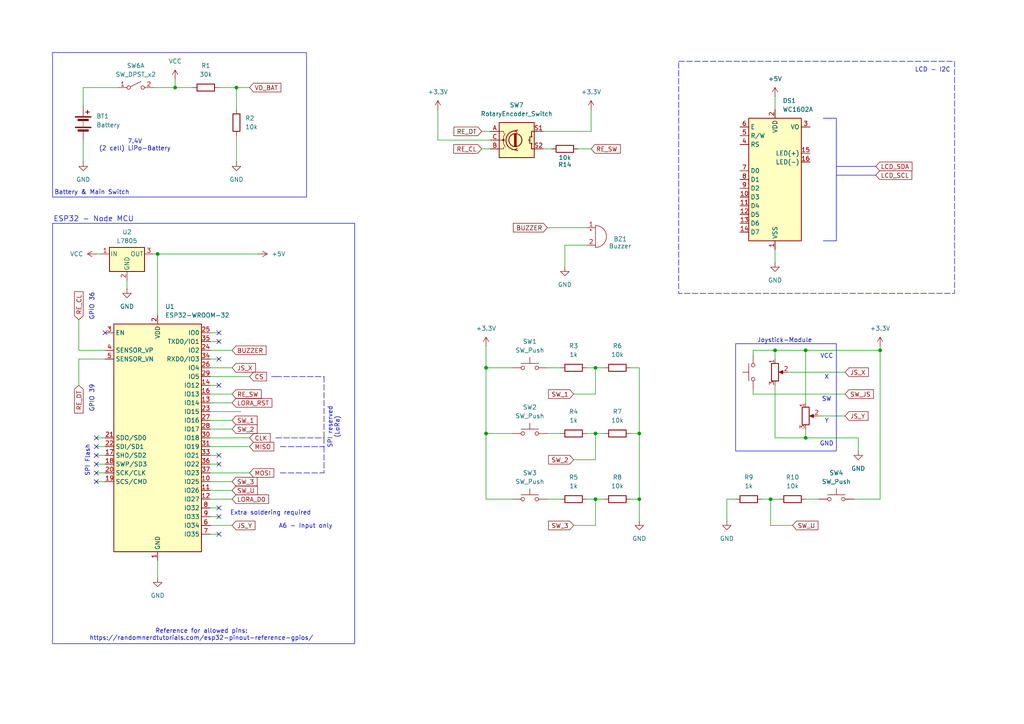
<source format=kicad_sch>
(kicad_sch (version 20231120) (generator "eeschema") (generator_version "8.0")
  (paper "A4")
  (title_block (title "MagicBox") (date "2025-11-01") (rev "Mk2.0.0") (company "Sy (Samuel Nösslböck) - CornerLab Inc."))
  (lib_symbols
    (symbol "Device:Battery" (pin_numbers hide) (pin_names (offset 0) hide)
      (property "Reference" "BT" (at 2.54 2.54 0))
      (property "Value" "Battery" (at 2.54 0 0))
      (symbol "Battery_0_1"
        (rectangle (start -2.286 -1.27) (end 2.286 -1.524) (fill (type outline)))
        (rectangle (start -2.286 1.778) (end 2.286 1.524) (fill (type outline)))
        (rectangle (start -1.524 -2.032) (end 1.524 -2.54) (fill (type outline)))
        (rectangle (start -1.524 1.016) (end 1.524 0.508) (fill (type outline)))
        (polyline (pts (xy 0 -1.016) (xy 0 -0.762)))
        (polyline (pts (xy 0 -0.508) (xy 0 -0.254)))
        (polyline (pts (xy 0 0) (xy 0 0.254)))
        (polyline (pts (xy 0 1.778) (xy 0 2.54)))
        (polyline (pts (xy 0.762 3.048) (xy 1.778 3.048)) (stroke (width 0.254)))
        (polyline (pts (xy 1.27 3.556) (xy 1.27 2.54)) (stroke (width 0.254)))
      )
      (symbol "Battery_1_1"
        (pin passive line (at 0 5.08 270) (length 2.54) (name "+") (number "1"))
        (pin passive line (at 0 -5.08 90) (length 2.54) (name "-") (number "2"))
      )
    )
    (symbol "Device:Buzzer" (pin_names (offset 0.0254) hide)
      (property "Reference" "BZ" (at 3.81 1.27 0))
      (property "Value" "Buzzer" (at 3.81 -1.27 0))
      (symbol "Buzzer_0_1"
        (arc (start 0 -3.175) (mid 3.1612 0) (end 0 3.175))
        (polyline (pts (xy -1.651 1.905) (xy -1.143 1.905)))
        (polyline (pts (xy -1.397 2.159) (xy -1.397 1.651)))
        (polyline (pts (xy 0 3.175) (xy 0 -3.175)))
      )
      (symbol "Buzzer_1_1"
        (pin passive line (at -2.54 2.54 0) (length 2.54) (name "+") (number "1"))
        (pin passive line (at -2.54 -2.54 0) (length 2.54) (name "-") (number "2"))
      )
    )
    (symbol "Device:R" (pin_numbers hide) (pin_names (offset 0))
      (property "Reference" "R" (at 2.032 0 90))
      (property "Value" "R" (at 0 0 90))
      (symbol "R_0_1"
        (rectangle (start -1.016 -2.54) (end 1.016 2.54) (stroke (width 0.254)))
      )
      (symbol "R_1_1"
        (pin passive line (at 0 3.81 270) (length 1.27) (name "~") (number "1"))
        (pin passive line (at 0 -3.81 90) (length 1.27) (name "~") (number "2"))
      )
    )
    (symbol "Device:R_Potentiometer" (pin_names (offset 1.016) hide)
      (property "Reference" "RV" (at -4.445 0 90))
      (property "Value" "R_Potentiometer" (at -2.54 0 90))
      (symbol "R_Potentiometer_0_1"
        (polyline (pts (xy 2.54 0) (xy 1.524 0)))
        (polyline (pts (xy 1.143 0) (xy 2.286 0.508) (xy 2.286 -0.508) (xy 1.143 0)) (fill (type outline)))
        (rectangle (start 1.016 2.54) (end -1.016 -2.54) (stroke (width 0.254)))
      )
      (symbol "R_Potentiometer_1_1"
        (pin passive line (at 0 3.81 270) (length 1.27) (name "1") (number "1"))
        (pin passive line (at 3.81 0 180) (length 1.27) (name "2") (number "2"))
        (pin passive line (at 0 -3.81 90) (length 1.27) (name "3") (number "3"))
      )
    )
    (symbol "Device:RotaryEncoder_Switch" (pin_names (offset 0.254) hide)
      (property "Reference" "SW" (at 0 6.604 0))
      (property "Value" "RotaryEncoder_Switch" (at 0 -6.604 0))
      (symbol "RotaryEncoder_Switch_0_1"
        (rectangle (start -5.08 5.08) (end 5.08 -5.08) (stroke (width 0.254)) (fill (type background)))
        (circle (center -3.81 0) (radius 0.254) (fill (type outline)))
        (circle (center -0.381 0) (radius 1.905) (stroke (width 0.254)))
        (arc (start -0.381 2.667) (mid -3.0988 -0.0635) (end -0.381 -2.794) (stroke (width 0.254)))
        (polyline (pts (xy -0.635 -1.778) (xy -0.635 1.778)) (stroke (width 0.254)))
        (polyline (pts (xy -0.381 -1.778) (xy -0.381 1.778)) (stroke (width 0.254)))
        (polyline (pts (xy -0.127 1.778) (xy -0.127 -1.778)) (stroke (width 0.254)))
        (polyline (pts (xy 3.81 0) (xy 3.429 0)) (stroke (width 0.254)))
        (polyline (pts (xy 3.81 1.016) (xy 3.81 -1.016)) (stroke (width 0.254)))
        (polyline (pts (xy -5.08 -2.54) (xy -3.81 -2.54) (xy -3.81 -2.032)))
        (polyline (pts (xy -5.08 2.54) (xy -3.81 2.54) (xy -3.81 2.032)))
        (polyline (pts (xy 0.254 -3.048) (xy -0.508 -2.794) (xy 0.127 -2.413)) (stroke (width 0.254)))
        (polyline (pts (xy 0.254 2.921) (xy -0.508 2.667) (xy 0.127 2.286)) (stroke (width 0.254)))
        (polyline (pts (xy 5.08 -2.54) (xy 4.318 -2.54) (xy 4.318 -1.016)) (stroke (width 0.254)))
        (polyline (pts (xy 5.08 2.54) (xy 4.318 2.54) (xy 4.318 1.016)) (stroke (width 0.254)))
        (polyline (pts (xy -5.08 0) (xy -3.81 0) (xy -3.81 -1.016) (xy -3.302 -2.032)))
        (polyline (pts (xy -4.318 0) (xy -3.81 0) (xy -3.81 1.016) (xy -3.302 2.032)))
        (circle (center 4.318 -1.016) (radius 0.127) (stroke (width 0.254)))
        (circle (center 4.318 1.016) (radius 0.127) (stroke (width 0.254)))
      )
      (symbol "RotaryEncoder_Switch_1_1"
        (pin passive line (at -7.62 2.54 0) (length 2.54) (name "A") (number "A"))
        (pin passive line (at -7.62 -2.54 0) (length 2.54) (name "B") (number "B"))
        (pin passive line (at -7.62 0 0) (length 2.54) (name "C") (number "C"))
        (pin passive line (at 7.62 2.54 180) (length 2.54) (name "S1") (number "S1"))
        (pin passive line (at 7.62 -2.54 180) (length 2.54) (name "S2") (number "S2"))
      )
    )
    (symbol "Display_Character:WC1602A"
      (property "Reference" "DS" (at -5.842 19.05 0))
      (property "Value" "WC1602A" (at 5.334 19.05 0))
      (symbol "WC1602A_1_1"
        (rectangle (start -7.62 17.78) (end 7.62 -17.78) (stroke (width 0.254)) (fill (type background)))
        (pin power_in line (at 0 -20.32 90) (length 2.54) (name "VSS") (number "1"))
        (pin input line (at -10.16 -5.08 0) (length 2.54) (name "D3") (number "10"))
        (pin input line (at -10.16 -7.62 0) (length 2.54) (name "D4") (number "11"))
        (pin input line (at -10.16 -10.16 0) (length 2.54) (name "D5") (number "12"))
        (pin input line (at -10.16 -12.7 0) (length 2.54) (name "D6") (number "13"))
        (pin input line (at -10.16 -15.24 0) (length 2.54) (name "D7") (number "14"))
        (pin power_in line (at 10.16 7.62 180) (length 2.54) (name "LED(+)") (number "15"))
        (pin power_in line (at 10.16 5.08 180) (length 2.54) (name "LED(-)") (number "16"))
        (pin power_in line (at 0 20.32 270) (length 2.54) (name "VDD") (number "2"))
        (pin input line (at 10.16 15.24 180) (length 2.54) (name "VO") (number "3"))
        (pin input line (at -10.16 10.16 0) (length 2.54) (name "RS") (number "4"))
        (pin input line (at -10.16 12.7 0) (length 2.54) (name "R/W") (number "5"))
        (pin input line (at -10.16 15.24 0) (length 2.54) (name "E") (number "6"))
        (pin input line (at -10.16 2.54 0) (length 2.54) (name "D0") (number "7"))
        (pin input line (at -10.16 0 0) (length 2.54) (name "D1") (number "8"))
        (pin input line (at -10.16 -2.54 0) (length 2.54) (name "D2") (number "9"))
      )
    )
    (symbol "RF_Module:ESP32-WROOM-32"
      (property "Reference" "U" (at -12.7 34.29 0))
      (property "Value" "ESP32-WROOM-32" (at 1.27 34.29 0))
      (symbol "ESP32-WROOM-32_0_1"
        (rectangle (start -12.7 33.02) (end 12.7 -33.02) (stroke (width 0.254)) (fill (type background)))
      )
      (symbol "ESP32-WROOM-32_1_1"
        (pin power_in line (at 0 -35.56 90) (length 2.54) (name "GND") (number "1"))
        (pin bidirectional line (at 15.24 -12.7 180) (length 2.54) (name "IO25") (number "10"))
        (pin bidirectional line (at 15.24 -15.24 180) (length 2.54) (name "IO26") (number "11"))
        (pin bidirectional line (at 15.24 -17.78 180) (length 2.54) (name "IO27") (number "12"))
        (pin bidirectional line (at 15.24 10.16 180) (length 2.54) (name "IO14") (number "13"))
        (pin bidirectional line (at 15.24 15.24 180) (length 2.54) (name "IO12") (number "14"))
        (pin passive line (at 0 -35.56 90) (length 2.54) hide (name "GND") (number "15"))
        (pin bidirectional line (at 15.24 12.7 180) (length 2.54) (name "IO13") (number "16"))
        (pin bidirectional line (at -15.24 -5.08 0) (length 2.54) (name "SHD/SD2") (number "17"))
        (pin bidirectional line (at -15.24 -7.62 0) (length 2.54) (name "SWP/SD3") (number "18"))
        (pin bidirectional line (at -15.24 -12.7 0) (length 2.54) (name "SCS/CMD") (number "19"))
        (pin power_in line (at 0 35.56 270) (length 2.54) (name "VDD") (number "2"))
        (pin bidirectional line (at -15.24 -10.16 0) (length 2.54) (name "SCK/CLK") (number "20"))
        (pin bidirectional line (at -15.24 0 0) (length 2.54) (name "SDO/SD0") (number "21"))
        (pin bidirectional line (at -15.24 -2.54 0) (length 2.54) (name "SDI/SD1") (number "22"))
        (pin bidirectional line (at 15.24 7.62 180) (length 2.54) (name "IO15") (number "23"))
        (pin bidirectional line (at 15.24 25.4 180) (length 2.54) (name "IO2") (number "24"))
        (pin bidirectional line (at 15.24 30.48 180) (length 2.54) (name "IO0") (number "25"))
        (pin bidirectional line (at 15.24 20.32 180) (length 2.54) (name "IO4") (number "26"))
        (pin bidirectional line (at 15.24 5.08 180) (length 2.54) (name "IO16") (number "27"))
        (pin bidirectional line (at 15.24 2.54 180) (length 2.54) (name "IO17") (number "28"))
        (pin bidirectional line (at 15.24 17.78 180) (length 2.54) (name "IO5") (number "29"))
        (pin input line (at -15.24 30.48 0) (length 2.54) (name "EN") (number "3"))
        (pin bidirectional line (at 15.24 0 180) (length 2.54) (name "IO18") (number "30"))
        (pin bidirectional line (at 15.24 -2.54 180) (length 2.54) (name "IO19") (number "31"))
        (pin no_connect line (at -12.7 -27.94 0) (length 2.54) hide (name "NC") (number "32"))
        (pin bidirectional line (at 15.24 -5.08 180) (length 2.54) (name "IO21") (number "33"))
        (pin bidirectional line (at 15.24 22.86 180) (length 2.54) (name "RXD0/IO3") (number "34"))
        (pin bidirectional line (at 15.24 27.94 180) (length 2.54) (name "TXD0/IO1") (number "35"))
        (pin bidirectional line (at 15.24 -7.62 180) (length 2.54) (name "IO22") (number "36"))
        (pin bidirectional line (at 15.24 -10.16 180) (length 2.54) (name "IO23") (number "37"))
        (pin passive line (at 0 -35.56 90) (length 2.54) hide (name "GND") (number "38"))
        (pin passive line (at 0 -35.56 90) (length 2.54) hide (name "GND") (number "39"))
        (pin input line (at -15.24 25.4 0) (length 2.54) (name "SENSOR_VP") (number "4"))
        (pin input line (at -15.24 22.86 0) (length 2.54) (name "SENSOR_VN") (number "5"))
        (pin input line (at 15.24 -25.4 180) (length 2.54) (name "IO34") (number "6"))
        (pin input line (at 15.24 -27.94 180) (length 2.54) (name "IO35") (number "7"))
        (pin bidirectional line (at 15.24 -20.32 180) (length 2.54) (name "IO32") (number "8"))
        (pin bidirectional line (at 15.24 -22.86 180) (length 2.54) (name "IO33") (number "9"))
      )
    )
    (symbol "Regulator_Linear:L7805" (pin_names (offset 0.254))
      (property "Reference" "U" (at -3.81 3.175 0))
      (property "Value" "L7805" (at 0 3.175 0))
      (symbol "L7805_0_1"
        (rectangle (start -5.08 1.905) (end 5.08 -5.08) (stroke (width 0.254)) (fill (type background)))
      )
      (symbol "L7805_1_1"
        (pin power_in line (at -7.62 0 0) (length 2.54) (name "IN") (number "1"))
        (pin power_in line (at 0 -7.62 90) (length 2.54) (name "GND") (number "2"))
        (pin power_out line (at 7.62 0 180) (length 2.54) (name "OUT") (number "3"))
      )
    )
    (symbol "Switch:SW_DPST_x2" (pin_names (offset 0) hide)
      (property "Reference" "SW" (at 0 3.175 0))
      (property "Value" "SW_DPST_x2" (at 0 -2.54 0))
      (symbol "SW_DPST_x2_0_0"
        (circle (center -2.032 0) (radius 0.508))
        (polyline (pts (xy -1.524 0.254) (xy 1.524 1.778)))
        (circle (center 2.032 0) (radius 0.508))
      )
      (symbol "SW_DPST_x2_1_1"
        (pin passive line (at -5.08 0 0) (length 2.54) (name "A") (number "1"))
        (pin passive line (at 5.08 0 180) (length 2.54) (name "B") (number "2"))
      )
      (symbol "SW_DPST_x2_2_1"
        (pin passive line (at -5.08 0 0) (length 2.54) (name "A") (number "3"))
        (pin passive line (at 5.08 0 180) (length 2.54) (name "B") (number "4"))
      )
    )
    (symbol "Switch:SW_Push" (pin_numbers hide) (pin_names (offset 1.016) hide)
      (property "Reference" "SW" (at 1.27 2.54 0))
      (property "Value" "SW_Push" (at 0 -1.524 0))
      (symbol "SW_Push_0_1"
        (circle (center -2.032 0) (radius 0.508))
        (polyline (pts (xy 0 1.27) (xy 0 3.048)))
        (polyline (pts (xy 2.54 1.27) (xy -2.54 1.27)))
        (circle (center 2.032 0) (radius 0.508))
        (pin passive line (at -5.08 0 0) (length 2.54) (name "1") (number "1"))
        (pin passive line (at 5.08 0 180) (length 2.54) (name "2") (number "2"))
      )
    )
    (symbol "power:+3.3V" (power) (pin_numbers hide) (pin_names (offset 0) hide)
      (property "Value" "+3.3V" (at 0 3.556 0))
      (symbol "+3.3V_0_1"
        (polyline (pts (xy -0.762 1.27) (xy 0 2.54)))
        (polyline (pts (xy 0 0) (xy 0 2.54)))
        (polyline (pts (xy 0 2.54) (xy 0.762 1.27)))
      )
      (symbol "+3.3V_1_1"
        (pin power_in line (at 0 0 90) (length 0) (name "~") (number "1"))
      )
    )
    (symbol "power:+5V" (power) (pin_numbers hide) (pin_names (offset 0) hide)
      (property "Value" "+5V" (at 0 3.556 0))
      (symbol "+5V_0_1"
        (polyline (pts (xy -0.762 1.27) (xy 0 2.54)))
        (polyline (pts (xy 0 0) (xy 0 2.54)))
        (polyline (pts (xy 0 2.54) (xy 0.762 1.27)))
      )
      (symbol "+5V_1_1"
        (pin power_in line (at 0 0 90) (length 0) (name "~") (number "1"))
      )
    )
    (symbol "power:GND" (power) (pin_numbers hide) (pin_names (offset 0) hide)
      (property "Value" "GND" (at 0 -3.81 0))
      (symbol "GND_0_1"
        (polyline (pts (xy 0 0) (xy 0 -1.27) (xy 1.27 -1.27) (xy 0 -2.54) (xy -1.27 -1.27) (xy 0 -1.27)))
      )
      (symbol "GND_1_1"
        (pin power_in line (at 0 0 270) (length 0) (name "~") (number "1"))
      )
    )
    (symbol "power:VCC" (power) (pin_numbers hide) (pin_names (offset 0) hide)
      (property "Value" "VCC" (at 0 3.556 0))
      (symbol "VCC_0_1"
        (polyline (pts (xy -0.762 1.27) (xy 0 2.54)))
        (polyline (pts (xy 0 0) (xy 0 2.54)))
        (polyline (pts (xy 0 2.54) (xy 0.762 1.27)))
      )
      (symbol "VCC_1_1"
        (pin power_in line (at 0 0 90) (length 0) (name "~") (number "1"))
      )
    )
  )
  (junction (at 185.42 125.73))
  (junction (at 233.68 101.6))
  (junction (at 172.72 125.73))
  (junction (at 140.97 125.73))
  (junction (at 223.52 144.78))
  (junction (at 50.8 25.4))
  (junction (at 185.42 144.78))
  (junction (at 224.79 101.6))
  (junction (at 45.72 73.66))
  (junction (at 140.97 106.68))
  (junction (at 255.27 101.6))
  (junction (at 172.72 106.68))
  (junction (at 68.58 25.4))
  (junction (at 233.68 127))
  (junction (at 172.72 144.78))
  (no_connect (at 27.94 127))
  (no_connect (at 63.5 96.52))
  (no_connect (at 63.5 147.32))
  (no_connect (at 30.48 96.52))
  (no_connect (at 27.94 134.62))
  (no_connect (at 63.5 149.86))
  (no_connect (at 63.5 154.94))
  (no_connect (at 63.5 104.14))
  (no_connect (at 27.94 137.16))
  (no_connect (at 27.94 129.54))
  (no_connect (at 27.94 139.7))
  (no_connect (at 63.5 132.08))
  (no_connect (at 27.94 132.08))
  (no_connect (at 63.5 134.62))
  (no_connect (at 63.5 111.76))
  (no_connect (at 63.5 99.06))
  (wire (pts (xy 224.79 127) (xy 233.68 127)))
  (wire (pts (xy 163.83 77.47) (xy 163.83 71.12)))
  (wire (pts (xy 255.27 101.6) (xy 255.27 100.33)))
  (wire (pts (xy 22.86 101.6) (xy 30.48 101.6)))
  (wire (pts (xy 223.52 144.78) (xy 226.06 144.78)))
  (wire (pts (xy 27.94 127) (xy 30.48 127)))
  (wire (pts (xy 163.83 71.12) (xy 170.18 71.12)))
  (wire (pts (xy 224.79 101.6) (xy 233.68 101.6)))
  (wire (pts (xy 233.68 101.6) (xy 233.68 116.84)))
  (polyline (pts (xy 80.01 109.22) (xy 93.98 109.22)) (stroke (width 0) (type dash)))
  (wire (pts (xy 68.58 39.37) (xy 68.58 46.99)))
  (wire (pts (xy 44.45 73.66) (xy 45.72 73.66)))
  (wire (pts (xy 45.72 162.56) (xy 45.72 167.64)))
  (wire (pts (xy 172.72 125.73) (xy 175.26 125.73)))
  (wire (pts (xy 255.27 101.6) (xy 255.27 144.78)))
  (wire (pts (xy 27.94 73.66) (xy 29.21 73.66)))
  (wire (pts (xy 218.44 114.3) (xy 245.11 114.3)))
  (wire (pts (xy 50.8 25.4) (xy 55.88 25.4)))
  (wire (pts (xy 166.37 114.3) (xy 172.72 114.3)))
  (wire (pts (xy 233.68 101.6) (xy 255.27 101.6)))
  (wire (pts (xy 172.72 144.78) (xy 175.26 144.78)))
  (polyline (pts (xy 93.98 127) (xy 93.98 129.54)) (stroke (width 0) (type dash)))
  (wire (pts (xy 182.88 106.68) (xy 185.42 106.68)))
  (wire (pts (xy 60.96 109.22) (xy 72.39 109.22)))
  (wire (pts (xy 140.97 100.33) (xy 140.97 106.68)))
  (wire (pts (xy 36.83 81.28) (xy 36.83 83.82)))
  (wire (pts (xy 60.96 121.92) (xy 67.31 121.92)))
  (wire (pts (xy 210.82 151.13) (xy 210.82 144.78)))
  (wire (pts (xy 63.5 25.4) (xy 68.58 25.4)))
  (wire (pts (xy 224.79 72.39) (xy 224.79 76.2)))
  (wire (pts (xy 60.96 124.46) (xy 67.31 124.46)))
  (wire (pts (xy 44.45 25.4) (xy 50.8 25.4)))
  (wire (pts (xy 140.97 106.68) (xy 140.97 125.73)))
  (wire (pts (xy 27.94 137.16) (xy 30.48 137.16)))
  (wire (pts (xy 127 31.75) (xy 127 40.64)))
  (polyline (pts (xy 238.76 34.29) (xy 242.57 34.29)))
  (wire (pts (xy 218.44 114.3) (xy 218.44 113.03)))
  (wire (pts (xy 158.75 144.78) (xy 162.56 144.78)))
  (polyline (pts (xy 242.57 48.26) (xy 254 48.26)))
  (wire (pts (xy 68.58 25.4) (xy 72.39 25.4)))
  (wire (pts (xy 140.97 125.73) (xy 140.97 144.78)))
  (wire (pts (xy 60.96 132.08) (xy 63.5 132.08)))
  (wire (pts (xy 229.87 152.4) (xy 223.52 152.4)))
  (wire (pts (xy 140.97 144.78) (xy 148.59 144.78)))
  (wire (pts (xy 60.96 144.78) (xy 67.31 144.78)))
  (polyline (pts (xy 238.76 69.85) (xy 242.57 69.85)))
  (wire (pts (xy 255.27 144.78) (xy 247.65 144.78)))
  (wire (pts (xy 60.96 152.4) (xy 67.31 152.4)))
  (wire (pts (xy 60.96 154.94) (xy 63.5 154.94)))
  (wire (pts (xy 140.97 106.68) (xy 148.59 106.68)))
  (wire (pts (xy 158.75 125.73) (xy 162.56 125.73)))
  (wire (pts (xy 185.42 144.78) (xy 185.42 151.13)))
  (polyline (pts (xy 93.98 129.54) (xy 93.98 137.16)) (stroke (width 0) (type dash)))
  (wire (pts (xy 60.96 134.62) (xy 63.5 134.62)))
  (wire (pts (xy 166.37 133.35) (xy 172.72 133.35)))
  (wire (pts (xy 60.96 127) (xy 72.39 127)))
  (wire (pts (xy 22.86 104.14) (xy 30.48 104.14)))
  (wire (pts (xy 60.96 114.3) (xy 67.31 114.3)))
  (wire (pts (xy 158.75 106.68) (xy 162.56 106.68)))
  (wire (pts (xy 170.18 106.68) (xy 172.72 106.68)))
  (polyline (pts (xy 242.57 50.8) (xy 254 50.8)))
  (wire (pts (xy 27.94 132.08) (xy 30.48 132.08)))
  (wire (pts (xy 224.79 27.94) (xy 224.79 31.75)))
  (wire (pts (xy 224.79 111.76) (xy 224.79 127)))
  (wire (pts (xy 157.48 43.18) (xy 160.02 43.18)))
  (wire (pts (xy 185.42 106.68) (xy 185.42 125.73)))
  (wire (pts (xy 210.82 144.78) (xy 213.36 144.78)))
  (polyline (pts (xy 242.57 34.29) (xy 242.57 69.85)))
  (wire (pts (xy 60.96 96.52) (xy 63.5 96.52)))
  (wire (pts (xy 233.68 124.46) (xy 233.68 127)))
  (wire (pts (xy 24.13 40.64) (xy 24.13 46.99)))
  (wire (pts (xy 157.48 38.1) (xy 171.45 38.1)))
  (wire (pts (xy 172.72 106.68) (xy 175.26 106.68)))
  (wire (pts (xy 218.44 102.87) (xy 218.44 101.6)))
  (wire (pts (xy 172.72 133.35) (xy 172.72 125.73)))
  (wire (pts (xy 60.96 129.54) (xy 72.39 129.54)))
  (wire (pts (xy 224.79 104.14) (xy 224.79 101.6)))
  (polyline (pts (xy 78.74 109.22) (xy 80.01 109.22)))
  (wire (pts (xy 60.96 104.14) (xy 63.5 104.14)))
  (wire (pts (xy 60.96 116.84) (xy 67.31 116.84)))
  (wire (pts (xy 139.7 43.18) (xy 142.24 43.18)))
  (wire (pts (xy 172.72 114.3) (xy 172.72 106.68)))
  (wire (pts (xy 60.96 99.06) (xy 63.5 99.06)))
  (polyline (pts (xy 93.98 109.22) (xy 93.98 127)) (stroke (width 0) (type dash)))
  (wire (pts (xy 60.96 111.76) (xy 63.5 111.76)))
  (wire (pts (xy 68.58 25.4) (xy 68.58 31.75)))
  (polyline (pts (xy 80.01 127) (xy 93.98 127)) (stroke (width 0) (type dash)))
  (wire (pts (xy 248.92 127) (xy 248.92 130.81)))
  (wire (pts (xy 171.45 38.1) (xy 171.45 31.75)))
  (wire (pts (xy 50.8 22.86) (xy 50.8 25.4)))
  (wire (pts (xy 220.98 144.78) (xy 223.52 144.78)))
  (wire (pts (xy 170.18 125.73) (xy 172.72 125.73)))
  (wire (pts (xy 45.72 73.66) (xy 45.72 91.44)))
  (wire (pts (xy 60.96 139.7) (xy 67.31 139.7)))
  (wire (pts (xy 166.37 152.4) (xy 172.72 152.4)))
  (wire (pts (xy 233.68 144.78) (xy 237.49 144.78)))
  (wire (pts (xy 27.94 129.54) (xy 30.48 129.54)))
  (wire (pts (xy 223.52 152.4) (xy 223.52 144.78)))
  (wire (pts (xy 60.96 101.6) (xy 67.31 101.6)))
  (wire (pts (xy 27.94 134.62) (xy 30.48 134.62)))
  (wire (pts (xy 185.42 125.73) (xy 185.42 144.78)))
  (wire (pts (xy 24.13 25.4) (xy 34.29 25.4)))
  (wire (pts (xy 237.49 120.65) (xy 245.11 120.65)))
  (wire (pts (xy 60.96 137.16) (xy 72.39 137.16)))
  (wire (pts (xy 60.96 147.32) (xy 63.5 147.32)))
  (wire (pts (xy 167.64 43.18) (xy 171.45 43.18)))
  (wire (pts (xy 158.75 66.04) (xy 170.18 66.04)))
  (wire (pts (xy 185.42 125.73) (xy 182.88 125.73)))
  (wire (pts (xy 22.86 92.71) (xy 22.86 101.6)))
  (wire (pts (xy 228.6 107.95) (xy 245.11 107.95)))
  (wire (pts (xy 22.86 111.76) (xy 22.86 104.14)))
  (wire (pts (xy 185.42 144.78) (xy 182.88 144.78)))
  (wire (pts (xy 233.68 127) (xy 248.92 127)))
  (wire (pts (xy 170.18 144.78) (xy 172.72 144.78)))
  (wire (pts (xy 127 40.64) (xy 142.24 40.64)))
  (wire (pts (xy 140.97 125.73) (xy 148.59 125.73)))
  (wire (pts (xy 172.72 152.4) (xy 172.72 144.78)))
  (wire (pts (xy 60.96 149.86) (xy 63.5 149.86)))
  (wire (pts (xy 45.72 73.66) (xy 74.93 73.66)))
  (polyline (pts (xy 81.28 129.54) (xy 93.98 129.54)) (stroke (width 0) (type dash)))
  (wire (pts (xy 60.96 142.24) (xy 67.31 142.24)))
  (wire (pts (xy 60.96 119.38) (xy 69.85 119.38)))
  (wire (pts (xy 60.96 106.68) (xy 67.31 106.68)))
  (wire (pts (xy 27.94 139.7) (xy 30.48 139.7)))
  (polyline (pts (xy 81.28 137.16) (xy 93.98 137.16)) (stroke (width 0) (type dash)))
  (wire (pts (xy 218.44 101.6) (xy 224.79 101.6)))
  (wire (pts (xy 24.13 25.4) (xy 24.13 30.48)))
  (wire (pts (xy 139.7 38.1) (xy 142.24 38.1)))
  (rectangle (start 196.85 17.78) (end 276.86 85.09) (stroke (width 0) (type dash)))
  (rectangle (start 213.36 99.695) (end 242.57 130.81))
  (rectangle (start 15.24 64.77) (end 102.87 186.69))
  (rectangle (start 15.24 15.24) (end 88.9 57.15))
  (text "A6 - Input only" (at 88.646 152.654 0) (effects (font (size 1.27 1.27))))
  (text "GPIO 36" (at 26.67 88.9 90) (effects (font (size 1.27 1.27))))
  (text "Reference for allowed pins:\nhttps://randomnerdtutorials.com/esp32-pinout-reference-gpios/" (at 58.42 184.15 0) (effects (font (size 1.27 1.27))))
  (text "Joystick-Module" (at 227.584 98.806 0) (effects (font (size 1.27 1.27))))
  (text "GND" (at 239.776 128.778 0) (effects (font (size 1.27 1.27))))
  (text "SW" (at 239.776 115.824 0) (effects (font (size 1.27 1.27))))
  (text "SPI Flash" (at 25.4 133.604 90) (effects (font (size 1.27 1.27))))
  (text "VCC" (at 239.776 103.378 0) (effects (font (size 1.27 1.27))))
  (text "Battery & Main Switch" (at 26.67 55.88 0) (effects (font (size 1.27 1.27))))
  (text "ESP32 - Node MCU" (at 15.494 64.516 0) (effects (font (size 1.524 1.524)) (justify left bottom)))
  (text "Y" (at 239.776 122.174 0) (effects (font (size 1.27 1.27))))
  (text "7.4V\n(2 cell) LiPo-Battery" (at 39.116 42.164 0) (effects (font (size 1.27 1.27))))
  (text "X" (at 239.776 109.474 0) (effects (font (size 1.27 1.27))))
  (text "SPI reserved\n(LoRa)" (at 96.774 123.952 90) (effects (font (size 1.27 1.27))))
  (text "GPIO 39" (at 26.67 115.57 90) (effects (font (size 1.27 1.27))))
  (text "LCD - I2C" (at 270.51 20.32 0) (effects (font (size 1.27 1.27))))
  (text "Extra soldering required" (at 78.486 148.844 0) (effects (font (size 1.27 1.27))))
  (global_label "RE_CL" (shape input) (at 22.86 92.71 90) (property "Intersheetrefs" "${INTERSHEET_REFS}" (effects (hide yes))))
  (global_label "SW_U" (shape input) (at 229.87 152.4 0) (property "Intersheetrefs" "${INTERSHEET_REFS}" (effects (hide yes))))
  (global_label "LCD_SCL" (shape input) (at 254 50.8 0) (property "Intersheetrefs" "${INTERSHEET_REFS}" (effects (hide yes))))
  (global_label "RE_SW" (shape input) (at 67.31 114.3 0) (property "Intersheetrefs" "${INTERSHEET_REFS}" (effects (hide yes))))
  (global_label "SW_2" (shape input) (at 166.37 133.35 180) (property "Intersheetrefs" "${INTERSHEET_REFS}" (effects (hide yes))))
  (global_label "SW_U" (shape input) (at 67.31 142.24 0) (property "Intersheetrefs" "${INTERSHEET_REFS}" (effects (hide yes))))
  (global_label "RE_CL" (shape input) (at 139.7 43.18 180) (property "Intersheetrefs" "${INTERSHEET_REFS}" (effects (hide yes))))
  (global_label "MISO" (shape input) (at 72.39 129.54 0) (property "Intersheetrefs" "${INTERSHEET_REFS}" (effects (hide yes))))
  (global_label "JS_X" (shape input) (at 245.11 107.95 0) (property "Intersheetrefs" "${INTERSHEET_REFS}" (effects (hide yes))))
  (global_label "SW_1" (shape input) (at 67.31 121.92 0) (property "Intersheetrefs" "${INTERSHEET_REFS}" (effects (hide yes))))
  (global_label "SW_2" (shape input) (at 67.31 124.46 0) (property "Intersheetrefs" "${INTERSHEET_REFS}" (effects (hide yes))))
  (global_label "SW_JS" (shape input) (at 245.11 114.3 0) (property "Intersheetrefs" "${INTERSHEET_REFS}" (effects (hide yes))))
  (global_label "BUZZER" (shape input) (at 158.75 66.04 180) (property "Intersheetrefs" "${INTERSHEET_REFS}" (effects (hide yes))))
  (global_label "CS" (shape input) (at 72.39 109.22 0) (property "Intersheetrefs" "${INTERSHEET_REFS}" (effects (hide yes))))
  (global_label "BUZZER" (shape input) (at 67.31 101.6 0) (property "Intersheetrefs" "${INTERSHEET_REFS}" (effects (hide yes))))
  (global_label "RE_DT" (shape input) (at 139.7 38.1 180) (property "Intersheetrefs" "${INTERSHEET_REFS}" (effects (hide yes))))
  (global_label "JS_Y" (shape input) (at 67.31 152.4 0) (property "Intersheetrefs" "${INTERSHEET_REFS}" (effects (hide yes))))
  (global_label "LCD_SDA" (shape input) (at 254 48.26 0) (property "Intersheetrefs" "${INTERSHEET_REFS}" (effects (hide yes))))
  (global_label "VD_BAT" (shape input) (at 72.39 25.4 0) (property "Intersheetrefs" "${INTERSHEET_REFS}" (effects (hide yes))))
  (global_label "CLK" (shape input) (at 72.39 127 0) (property "Intersheetrefs" "${INTERSHEET_REFS}" (effects (hide yes))))
  (global_label "SW_1" (shape input) (at 166.37 114.3 180) (property "Intersheetrefs" "${INTERSHEET_REFS}" (effects (hide yes))))
  (global_label "RE_SW" (shape input) (at 171.45 43.18 0) (property "Intersheetrefs" "${INTERSHEET_REFS}" (effects (hide yes))))
  (global_label "LORA_RST" (shape input) (at 67.31 116.84 0) (property "Intersheetrefs" "${INTERSHEET_REFS}" (effects (hide yes))))
  (global_label "SW_3" (shape input) (at 166.37 152.4 180) (property "Intersheetrefs" "${INTERSHEET_REFS}" (effects (hide yes))))
  (global_label "SW_3" (shape input) (at 67.31 139.7 0) (property "Intersheetrefs" "${INTERSHEET_REFS}" (effects (hide yes))))
  (global_label "LORA_D0" (shape input) (at 67.31 144.78 0) (property "Intersheetrefs" "${INTERSHEET_REFS}" (effects (hide yes))))
  (global_label "JS_X" (shape input) (at 67.31 106.68 0) (property "Intersheetrefs" "${INTERSHEET_REFS}" (effects (hide yes))))
  (global_label "MOSI" (shape input) (at 72.39 137.16 0) (property "Intersheetrefs" "${INTERSHEET_REFS}" (effects (hide yes))))
  (global_label "JS_Y" (shape input) (at 245.11 120.65 0) (property "Intersheetrefs" "${INTERSHEET_REFS}" (effects (hide yes))))
  (global_label "RE_DT" (shape input) (at 22.86 111.76 270) (property "Intersheetrefs" "${INTERSHEET_REFS}" (effects (hide yes))))
  (symbol (lib_id "power:GND") (at 24.13 46.99 0) (unit 1)
    (property "Reference" "#PWR01" (effects (hide yes)))
    (property "Value" "GND" (at 24.13 52.07 0))
    (property "Description" "Power symbol creates a global label with name \"GND\" , ground" (effects (hide yes)))
  )
  (symbol (lib_id "Device:Buzzer") (at 172.72 68.58 0) (unit 1)
    (property "Reference" "BZ1" (at 181.864 69.342 0) (effects (justify right)))
    (property "Value" "Buzzer" (at 183.134 71.374 0) (effects (justify right)))
    (property "Description" "Buzzer, polarized" (effects (hide yes)))
  )
  (symbol (lib_id "power:GND") (at 36.83 83.82 0) (unit 1)
    (property "Reference" "#PWR04" (effects (hide yes)))
    (property "Value" "GND" (at 36.83 88.9 0))
    (property "Description" "Power symbol creates a global label with name \"GND\" , ground" (effects (hide yes)))
  )
  (symbol (lib_id "RF_Module:ESP32-WROOM-32") (at 45.72 127 0) (unit 1)
    (property "Reference" "U1" (at 47.9141 88.9 0) (effects (justify left)))
    (property "Value" "ESP32-WROOM-32" (at 47.9141 91.44 0) (effects (justify left)))
    (property "Footprint" "RF_Module:ESP32-WROOM-32" (effects (hide yes)))
    (property "Datasheet" "https://www.espressif.com/sites/default/files/documentation/esp32-wroom-32_datasheet_en.pdf" (effects (hide yes)))
    (property "Description" "RF Module, ESP32-D0WDQ6 SoC, Wi-Fi 802.11b/g/n, Bluetooth, BLE, 32-bit, 2.7-3.6V, onboard antenna, SMD" (effects (hide yes)))
  )
  (symbol (lib_id "power:+3.3V") (at 255.27 100.33 0) (unit 1)
    (property "Reference" "#PWR015" (effects (hide yes)))
    (property "Value" "+3.3V" (at 255.27 95.25 0))
    (property "Description" "Power symbol creates a global label with name \"+3.3V\"" (effects (hide yes)))
  )
  (symbol (lib_id "Device:R") (at 163.83 43.18 270) (unit 1)
    (property "Reference" "R14" (at 163.83 47.752 90))
    (property "Value" "10k" (at 163.83 45.72 90))
    (property "Description" "Resistor" (effects (hide yes)))
  )
  (symbol (lib_id "power:GND") (at 45.72 167.64 0) (unit 1)
    (property "Reference" "#PWR05" (effects (hide yes)))
    (property "Value" "GND" (at 45.72 172.72 0))
    (property "Description" "Power symbol creates a global label with name \"GND\" , ground" (effects (hide yes)))
  )
  (symbol (lib_id "power:GND") (at 68.58 46.99 0) (unit 1)
    (property "Reference" "#PWR08" (effects (hide yes)))
    (property "Value" "GND" (at 68.58 52.07 0))
    (property "Description" "Power symbol creates a global label with name \"GND\" , ground" (effects (hide yes)))
  )
  (symbol (lib_id "Switch:SW_Push") (at 218.44 107.95 90) (unit 1)
    (property "Reference" "SW5" (effects (hide yes)))
    (property "Value" "SW_Push" (effects (hide yes)))
    (property "Description" "Push button switch, generic, two pins" (effects (hide yes)))
  )
  (symbol (lib_id "Device:R") (at 166.37 106.68 270) (unit 1)
    (property "Reference" "R3" (at 166.37 100.33 90))
    (property "Value" "1k" (at 166.37 102.87 90))
    (property "Description" "Resistor" (effects (hide yes)))
  )
  (symbol (lib_id "power:+5V") (at 74.93 73.66 270) (unit 1)
    (property "Reference" "#PWR06" (effects (hide yes)))
    (property "Value" "+5V" (at 78.74 73.6599 90) (effects (justify left)))
    (property "Description" "Power symbol creates a global label with name \"+5V\"" (effects (hide yes)))
  )
  (symbol (lib_id "Switch:SW_Push") (at 153.67 106.68 0) (unit 1)
    (property "Reference" "SW1" (at 153.67 99.06 0))
    (property "Value" "SW_Push" (at 153.67 101.6 0))
    (property "Description" "Push button switch, generic, two pins" (effects (hide yes)))
  )
  (symbol (lib_id "Device:R") (at 166.37 125.73 270) (unit 1)
    (property "Reference" "R4" (at 166.37 119.38 90))
    (property "Value" "1k" (at 166.37 121.92 90))
    (property "Description" "Resistor" (effects (hide yes)))
  )
  (symbol (lib_id "Device:R") (at 166.37 144.78 270) (unit 1)
    (property "Reference" "R5" (at 166.37 138.43 90))
    (property "Value" "1k" (at 166.37 140.97 90))
    (property "Description" "Resistor" (effects (hide yes)))
  )
  (symbol (lib_id "Device:R") (at 217.17 144.78 270) (unit 1)
    (property "Reference" "R9" (at 217.17 138.43 90))
    (property "Value" "1k" (at 217.17 140.97 90))
    (property "Description" "Resistor" (effects (hide yes)))
  )
  (symbol (lib_id "power:GND") (at 224.79 76.2 0) (unit 1)
    (property "Reference" "#PWR011" (effects (hide yes)))
    (property "Value" "GND" (at 224.79 81.28 0))
    (property "Description" "Power symbol creates a global label with name \"GND\" , ground" (effects (hide yes)))
  )
  (symbol (lib_id "Device:Battery") (at 24.13 35.56 0) (unit 1)
    (property "Reference" "BT1" (at 27.94 33.7184 0) (effects (justify left)))
    (property "Value" "Battery" (at 27.94 36.2584 0) (effects (justify left)))
    (property "Description" "Multiple-cell battery" (effects (hide yes)))
  )
  (symbol (lib_id "power:+3.3V") (at 127 31.75 0) (unit 1)
    (property "Reference" "#PWR018" (effects (hide yes)))
    (property "Value" "+3.3V" (at 127 26.67 0))
    (property "Description" "Power symbol creates a global label with name \"+3.3V\"" (effects (hide yes)))
  )
  (symbol (lib_id "Switch:SW_Push") (at 153.67 144.78 0) (unit 1)
    (property "Reference" "SW3" (at 153.67 137.16 0))
    (property "Value" "SW_Push" (at 153.67 139.7 0))
    (property "Description" "Push button switch, generic, two pins" (effects (hide yes)))
  )
  (symbol (lib_id "power:+3.3V") (at 171.45 31.75 0) (unit 1)
    (property "Reference" "#PWR020" (effects (hide yes)))
    (property "Value" "+3.3V" (at 171.45 26.67 0))
    (property "Description" "Power symbol creates a global label with name \"+3.3V\"" (effects (hide yes)))
  )
  (symbol (lib_id "Device:R") (at 179.07 106.68 270) (unit 1)
    (property "Reference" "R6" (at 179.07 100.33 90))
    (property "Value" "10k" (at 179.07 102.87 90))
    (property "Description" "Resistor" (effects (hide yes)))
  )
  (symbol (lib_id "Device:RotaryEncoder_Switch") (at 149.86 40.64 0) (unit 1)
    (property "Reference" "SW7" (at 149.86 30.48 0))
    (property "Value" "RotaryEncoder_Switch" (at 149.86 33.02 0))
    (property "Description" "Rotary encoder, dual channel, incremental quadrate outputs, with switch" (effects (hide yes)))
  )
  (symbol (lib_id "Device:R_Potentiometer") (at 233.68 120.65 0) (unit 1)
    (property "Reference" "RV4" (effects (hide yes)))
    (property "Value" "R_Potentiometer" (effects (hide yes)))
    (property "Description" "Potentiometer" (effects (hide yes)))
  )
  (symbol (lib_id "Device:R") (at 179.07 144.78 270) (unit 1)
    (property "Reference" "R8" (at 179.07 138.43 90))
    (property "Value" "10k" (at 179.07 140.97 90))
    (property "Description" "Resistor" (effects (hide yes)))
  )
  (symbol (lib_id "Switch:SW_Push") (at 153.67 125.73 0) (unit 1)
    (property "Reference" "SW2" (at 153.67 118.11 0))
    (property "Value" "SW_Push" (at 153.67 120.65 0))
    (property "Description" "Push button switch, generic, two pins" (effects (hide yes)))
  )
  (symbol (lib_id "power:VCC") (at 50.8 22.86 0) (unit 1)
    (property "Reference" "#PWR02" (effects (hide yes)))
    (property "Value" "VCC" (at 50.8 17.78 0))
    (property "Description" "Power symbol creates a global label with name \"VCC\"" (effects (hide yes)))
  )
  (symbol (lib_id "power:GND") (at 210.82 151.13 0) (unit 1)
    (property "Reference" "#PWR016" (effects (hide yes)))
    (property "Value" "GND" (at 210.82 156.21 0))
    (property "Description" "Power symbol creates a global label with name \"GND\" , ground" (effects (hide yes)))
  )
  (symbol (lib_id "power:GND") (at 163.83 77.47 0) (unit 1)
    (property "Reference" "#PWR014" (effects (hide yes)))
    (property "Value" "GND" (at 163.83 82.55 0))
    (property "Description" "Power symbol creates a global label with name \"GND\" , ground" (effects (hide yes)))
  )
  (symbol (lib_id "Device:R") (at 179.07 125.73 270) (unit 1)
    (property "Reference" "R7" (at 179.07 119.38 90))
    (property "Value" "10k" (at 179.07 121.92 90))
    (property "Description" "Resistor" (effects (hide yes)))
  )
  (symbol (lib_id "Regulator_Linear:L7805") (at 36.83 73.66 0) (unit 1)
    (property "Reference" "U2" (at 36.83 67.31 0))
    (property "Value" "L7805" (at 36.83 69.85 0))
    (property "Datasheet" "http://www.st.com/content/ccc/resource/technical/document/datasheet/41/4f/b3/b0/12/d4/47/88/CD00000444.pdf/files/CD00000444.pdf/jcr:content/translations/en.CD00000444.pdf" (effects (hide yes)))
    (property "Description" "Positive 1.5A 35V Linear Regulator, Fixed Output 5V, TO-220/TO-263/TO-252" (effects (hide yes)))
  )
  (symbol (lib_id "Display_Character:WC1602A") (at 224.79 52.07 0) (unit 1)
    (property "Reference" "DS1" (at 226.9841 29.21 0) (effects (justify left)))
    (property "Value" "WC1602A" (at 226.9841 31.75 0) (effects (justify left)))
    (property "Footprint" "Display:WC1602A" (effects (hide yes)))
    (property "Datasheet" "http://www.wincomlcd.com/pdf/WC1602A-SFYLYHTC06.pdf" (effects (hide yes)))
    (property "Description" "LCD 16x2 Alphanumeric , 8 bit parallel bus, 5V VDD" (effects (hide yes)))
  )
  (symbol (lib_id "power:GND") (at 248.92 130.81 0) (unit 1)
    (property "Reference" "#PWR017" (effects (hide yes)))
    (property "Value" "GND" (at 248.92 135.89 0))
    (property "Description" "Power symbol creates a global label with name \"GND\" , ground" (effects (hide yes)))
  )
  (symbol (lib_id "Device:R") (at 229.87 144.78 270) (unit 1)
    (property "Reference" "R10" (at 229.87 138.43 90))
    (property "Value" "10k" (at 229.87 140.97 90))
    (property "Description" "Resistor" (effects (hide yes)))
  )
  (symbol (lib_id "power:VCC") (at 27.94 73.66 90) (unit 1)
    (property "Reference" "#PWR03" (effects (hide yes)))
    (property "Value" "VCC" (at 24.13 73.6599 90) (effects (justify left)))
    (property "Description" "Power symbol creates a global label with name \"VCC\"" (effects (hide yes)))
  )
  (symbol (lib_id "Device:R_Potentiometer") (at 224.79 107.95 0) (unit 1)
    (property "Reference" "RV3" (effects (hide yes)))
    (property "Value" "R_Potentiometer" (effects (hide yes)))
    (property "Description" "Potentiometer" (effects (hide yes)))
  )
  (symbol (lib_id "power:GND") (at 185.42 151.13 0) (unit 1)
    (property "Reference" "#PWR09" (effects (hide yes)))
    (property "Value" "GND" (at 185.42 156.21 0))
    (property "Description" "Power symbol creates a global label with name \"GND\" , ground" (effects (hide yes)))
  )
  (symbol (lib_id "power:+5V") (at 224.79 27.94 0) (unit 1)
    (property "Reference" "#PWR010" (effects (hide yes)))
    (property "Value" "+5V" (at 224.79 22.86 0))
    (property "Description" "Power symbol creates a global label with name \"+5V\"" (effects (hide yes)))
  )
  (symbol (lib_id "Switch:SW_DPST_x2") (at 39.37 25.4 0) (unit 1)
    (property "Reference" "SW6" (at 39.37 19.05 0))
    (property "Value" "SW_DPST_x2" (at 39.37 21.59 0))
    (property "Description" "Single Pole Single Throw (SPST) switch, separate symbol" (effects (hide yes)))
  )
  (symbol (lib_id "Device:R") (at 68.58 35.56 0) (unit 1)
    (property "Reference" "R2" (at 71.12 34.2899 0) (effects (justify left)))
    (property "Value" "10k" (at 71.12 36.8299 0) (effects (justify left)))
    (property "Description" "Resistor" (effects (hide yes)))
  )
  (symbol (lib_id "Switch:SW_Push") (at 242.57 144.78 0) (unit 1)
    (property "Reference" "SW4" (at 242.57 137.16 0))
    (property "Value" "SW_Push" (at 242.57 139.7 0))
    (property "Description" "Push button switch, generic, two pins" (effects (hide yes)))
  )
  (symbol (lib_id "Device:R") (at 59.69 25.4 90) (unit 1)
    (property "Reference" "R1" (at 59.69 19.05 90))
    (property "Value" "30k" (at 59.69 21.59 90))
    (property "Description" "Resistor" (effects (hide yes)))
  )
  (symbol (lib_id "power:+3.3V") (at 140.97 100.33 0) (unit 1)
    (property "Reference" "#PWR07" (effects (hide yes)))
    (property "Value" "+3.3V" (at 140.97 95.25 0))
    (property "Description" "Power symbol creates a global label with name \"+3.3V\"" (effects (hide yes)))
  )
)
</source>
